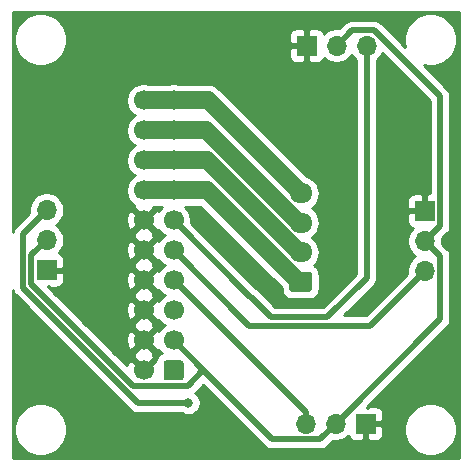
<source format=gbr>
%TF.GenerationSoftware,KiCad,Pcbnew,5.1.6-c6e7f7d~87~ubuntu18.04.1*%
%TF.CreationDate,2021-05-18T20:14:27+01:00*%
%TF.ProjectId,CheeseDistribution,43686565-7365-4446-9973-747269627574,rev?*%
%TF.SameCoordinates,Original*%
%TF.FileFunction,Copper,L1,Top*%
%TF.FilePolarity,Positive*%
%FSLAX46Y46*%
G04 Gerber Fmt 4.6, Leading zero omitted, Abs format (unit mm)*
G04 Created by KiCad (PCBNEW 5.1.6-c6e7f7d~87~ubuntu18.04.1) date 2021-05-18 20:14:27*
%MOMM*%
%LPD*%
G01*
G04 APERTURE LIST*
%TA.AperFunction,ComponentPad*%
%ADD10C,1.700000*%
%TD*%
%TA.AperFunction,ComponentPad*%
%ADD11O,1.950000X1.700000*%
%TD*%
%TA.AperFunction,ComponentPad*%
%ADD12O,1.700000X1.700000*%
%TD*%
%TA.AperFunction,ComponentPad*%
%ADD13R,1.700000X1.700000*%
%TD*%
%TA.AperFunction,ViaPad*%
%ADD14C,0.800000*%
%TD*%
%TA.AperFunction,Conductor*%
%ADD15C,1.500000*%
%TD*%
%TA.AperFunction,Conductor*%
%ADD16C,0.500000*%
%TD*%
%TA.AperFunction,Conductor*%
%ADD17C,0.254000*%
%TD*%
G04 APERTURE END LIST*
D10*
%TO.P,J1,20*%
%TO.N,2B*%
X169210000Y-103640000D03*
%TO.P,J1,18*%
%TO.N,2A*%
X169210000Y-106180000D03*
%TO.P,J1,16*%
%TO.N,1A*%
X169210000Y-108720000D03*
%TO.P,J1,14*%
%TO.N,1B*%
X169210000Y-111260000D03*
%TO.P,J1,12*%
%TO.N,GND*%
X169210000Y-113800000D03*
%TO.P,J1,10*%
X169210000Y-116340000D03*
%TO.P,J1,8*%
X169210000Y-118880000D03*
%TO.P,J1,6*%
X169210000Y-121420000D03*
%TO.P,J1,4*%
X169210000Y-123960000D03*
%TO.P,J1,2*%
X169210000Y-126500000D03*
%TO.P,J1,19*%
%TO.N,2B*%
X171750000Y-103640000D03*
%TO.P,J1,17*%
%TO.N,2A*%
X171750000Y-106180000D03*
%TO.P,J1,15*%
%TO.N,1A*%
X171750000Y-108720000D03*
%TO.P,J1,13*%
%TO.N,1B*%
X171750000Y-111260000D03*
%TO.P,J1,11*%
%TO.N,SERVO_3*%
X171750000Y-113800000D03*
%TO.P,J1,9*%
%TO.N,SERVO_2*%
X171750000Y-116340000D03*
%TO.P,J1,7*%
%TO.N,SERVO_1*%
X171750000Y-118880000D03*
%TO.P,J1,5*%
%TO.N,SERVO_0*%
X171750000Y-121420000D03*
%TO.P,J1,3*%
%TO.N,+5V*%
X171750000Y-123960000D03*
%TO.P,J1,1*%
%TO.N,GND*%
%TA.AperFunction,ComponentPad*%
G36*
G01*
X172600000Y-125900000D02*
X172600000Y-127100000D01*
G75*
G02*
X172350000Y-127350000I-250000J0D01*
G01*
X171150000Y-127350000D01*
G75*
G02*
X170900000Y-127100000I0J250000D01*
G01*
X170900000Y-125900000D01*
G75*
G02*
X171150000Y-125650000I250000J0D01*
G01*
X172350000Y-125650000D01*
G75*
G02*
X172600000Y-125900000I0J-250000D01*
G01*
G37*
%TD.AperFunction*%
%TD*%
D11*
%TO.P,J6,4*%
%TO.N,2B*%
X182500000Y-111500000D03*
%TO.P,J6,3*%
%TO.N,2A*%
X182500000Y-114000000D03*
%TO.P,J6,2*%
%TO.N,1A*%
X182500000Y-116500000D03*
%TO.P,J6,1*%
%TO.N,1B*%
%TA.AperFunction,ComponentPad*%
G36*
G01*
X183225000Y-119850000D02*
X181775000Y-119850000D01*
G75*
G02*
X181525000Y-119600000I0J250000D01*
G01*
X181525000Y-118400000D01*
G75*
G02*
X181775000Y-118150000I250000J0D01*
G01*
X183225000Y-118150000D01*
G75*
G02*
X183475000Y-118400000I0J-250000D01*
G01*
X183475000Y-119600000D01*
G75*
G02*
X183225000Y-119850000I-250000J0D01*
G01*
G37*
%TD.AperFunction*%
%TD*%
D12*
%TO.P,J5,3*%
%TO.N,SERVO_2*%
X193000000Y-118080000D03*
%TO.P,J5,2*%
%TO.N,+5V*%
X193000000Y-115540000D03*
D13*
%TO.P,J5,1*%
%TO.N,GND*%
X193000000Y-113000000D03*
%TD*%
D12*
%TO.P,J4,3*%
%TO.N,SERVO_1*%
X182920000Y-131000000D03*
%TO.P,J4,2*%
%TO.N,+5V*%
X185460000Y-131000000D03*
D13*
%TO.P,J4,1*%
%TO.N,GND*%
X188000000Y-131000000D03*
%TD*%
D12*
%TO.P,J3,3*%
%TO.N,SERVO_0*%
X161000000Y-112920000D03*
%TO.P,J3,2*%
%TO.N,+5V*%
X161000000Y-115460000D03*
D13*
%TO.P,J3,1*%
%TO.N,GND*%
X161000000Y-118000000D03*
%TD*%
D12*
%TO.P,J2,3*%
%TO.N,SERVO_3*%
X188080000Y-99000000D03*
%TO.P,J2,2*%
%TO.N,+5V*%
X185540000Y-99000000D03*
D13*
%TO.P,J2,1*%
%TO.N,GND*%
X183000000Y-99000000D03*
%TD*%
D14*
%TO.N,SERVO_0*%
X173000000Y-129250000D03*
%TD*%
D15*
%TO.N,2B*%
X169210000Y-103640000D02*
X171750000Y-103640000D01*
X174640000Y-103640000D02*
X182500000Y-111500000D01*
X171750000Y-103640000D02*
X174640000Y-103640000D01*
%TO.N,2A*%
X169210000Y-106180000D02*
X171750000Y-106180000D01*
X182329402Y-114000000D02*
X182500000Y-114000000D01*
X174509402Y-106180000D02*
X182329402Y-114000000D01*
X171750000Y-106180000D02*
X174509402Y-106180000D01*
%TO.N,1A*%
X169210000Y-108720000D02*
X171750000Y-108720000D01*
X182329402Y-116500000D02*
X182500000Y-116500000D01*
X174549402Y-108720000D02*
X182329402Y-116500000D01*
X171750000Y-108720000D02*
X174549402Y-108720000D01*
%TO.N,1B*%
X169210000Y-111260000D02*
X171750000Y-111260000D01*
X182329402Y-119000000D02*
X182500000Y-119000000D01*
X174589402Y-111260000D02*
X182329402Y-119000000D01*
X171750000Y-111260000D02*
X174589402Y-111260000D01*
D16*
%TO.N,SERVO_3*%
X172300000Y-113800000D02*
X171750000Y-113800000D01*
X178250010Y-120300010D02*
X178300010Y-120300010D01*
X171750000Y-113800000D02*
X178250010Y-120300010D01*
X178300010Y-120300010D02*
X180000000Y-122000000D01*
X180000000Y-122000000D02*
X184750000Y-122000000D01*
X188080000Y-118670000D02*
X188080000Y-99000000D01*
X184750000Y-122000000D02*
X188080000Y-118670000D01*
%TO.N,SERVO_2*%
X188379990Y-122700010D02*
X193000000Y-118080000D01*
X178110010Y-122700010D02*
X188379990Y-122700010D01*
X171750000Y-116340000D02*
X178110010Y-122700010D01*
%TO.N,SERVO_1*%
X182920000Y-130050000D02*
X182920000Y-131000000D01*
X171750000Y-118880000D02*
X182920000Y-130050000D01*
%TO.N,SERVO_0*%
X168750035Y-129250000D02*
X158999989Y-119499954D01*
X158999989Y-114920011D02*
X161000000Y-112920000D01*
X158999989Y-119499954D02*
X158999989Y-114920011D01*
X173000000Y-129250000D02*
X168750035Y-129250000D01*
%TO.N,+5V*%
X161580000Y-115460000D02*
X161000000Y-115460000D01*
X185510002Y-99000000D02*
X185540000Y-99000000D01*
X193000000Y-115510002D02*
X193000000Y-115540000D01*
X184159999Y-132300001D02*
X180090001Y-132300001D01*
X185460000Y-131000000D02*
X184159999Y-132300001D01*
X172949990Y-127800010D02*
X174270000Y-126480000D01*
X168290008Y-127800010D02*
X172949990Y-127800010D01*
X159699999Y-119210001D02*
X168290008Y-127800010D01*
X159699999Y-116760001D02*
X159699999Y-119210001D01*
X161000000Y-115460000D02*
X159699999Y-116760001D01*
X174270000Y-126480000D02*
X171750000Y-123960000D01*
X180090001Y-132300001D02*
X174270000Y-126480000D01*
X194300001Y-116840001D02*
X193000000Y-115540000D01*
X194300001Y-122159999D02*
X194300001Y-116840001D01*
X185460000Y-131000000D02*
X194300001Y-122159999D01*
X186840001Y-97699999D02*
X185540000Y-99000000D01*
X188704001Y-97699999D02*
X186840001Y-97699999D01*
X194300001Y-114239999D02*
X194300001Y-103295999D01*
X194300001Y-103295999D02*
X188704001Y-97699999D01*
X193000000Y-115540000D02*
X194300001Y-114239999D01*
%TD*%
D17*
%TO.N,GND*%
G36*
X195873000Y-133939281D02*
G01*
X158127000Y-133939281D01*
X158127000Y-131279872D01*
X158265000Y-131279872D01*
X158265000Y-131720128D01*
X158350890Y-132151925D01*
X158519369Y-132558669D01*
X158763962Y-132924729D01*
X159075271Y-133236038D01*
X159441331Y-133480631D01*
X159848075Y-133649110D01*
X160279872Y-133735000D01*
X160720128Y-133735000D01*
X161151925Y-133649110D01*
X161558669Y-133480631D01*
X161924729Y-133236038D01*
X162236038Y-132924729D01*
X162480631Y-132558669D01*
X162649110Y-132151925D01*
X162735000Y-131720128D01*
X162735000Y-131279872D01*
X162649110Y-130848075D01*
X162480631Y-130441331D01*
X162236038Y-130075271D01*
X161924729Y-129763962D01*
X161558669Y-129519369D01*
X161151925Y-129350890D01*
X160720128Y-129265000D01*
X160279872Y-129265000D01*
X159848075Y-129350890D01*
X159441331Y-129519369D01*
X159075271Y-129763962D01*
X158763962Y-130075271D01*
X158519369Y-130441331D01*
X158350890Y-130848075D01*
X158265000Y-131279872D01*
X158127000Y-131279872D01*
X158127000Y-119665381D01*
X158127794Y-119673443D01*
X158178400Y-119840266D01*
X158260578Y-119994012D01*
X158371172Y-120128771D01*
X158404945Y-120156488D01*
X168093505Y-129845049D01*
X168121218Y-129878817D01*
X168154986Y-129906530D01*
X168154988Y-129906532D01*
X168226487Y-129965210D01*
X168255976Y-129989411D01*
X168409722Y-130071589D01*
X168576545Y-130122195D01*
X168706558Y-130135000D01*
X168706568Y-130135000D01*
X168750034Y-130139281D01*
X168793500Y-130135000D01*
X172461546Y-130135000D01*
X172509744Y-130167205D01*
X172698102Y-130245226D01*
X172898061Y-130285000D01*
X173101939Y-130285000D01*
X173301898Y-130245226D01*
X173490256Y-130167205D01*
X173659774Y-130053937D01*
X173803937Y-129909774D01*
X173917205Y-129740256D01*
X173995226Y-129551898D01*
X174035000Y-129351939D01*
X174035000Y-129148061D01*
X173995226Y-128948102D01*
X173917205Y-128759744D01*
X173803937Y-128590226D01*
X173659774Y-128446063D01*
X173598346Y-128405018D01*
X173606524Y-128395054D01*
X174270000Y-127731578D01*
X179433471Y-132895050D01*
X179461184Y-132928818D01*
X179494952Y-132956531D01*
X179494954Y-132956533D01*
X179566453Y-133015211D01*
X179595942Y-133039412D01*
X179749688Y-133121590D01*
X179916511Y-133172196D01*
X180046524Y-133185001D01*
X180046534Y-133185001D01*
X180090000Y-133189282D01*
X180133466Y-133185001D01*
X184116530Y-133185001D01*
X184159999Y-133189282D01*
X184203468Y-133185001D01*
X184203476Y-133185001D01*
X184333489Y-133172196D01*
X184500312Y-133121590D01*
X184654058Y-133039412D01*
X184788816Y-132928818D01*
X184816533Y-132895045D01*
X185241039Y-132470539D01*
X185313740Y-132485000D01*
X185606260Y-132485000D01*
X185893158Y-132427932D01*
X186163411Y-132315990D01*
X186406632Y-132153475D01*
X186538487Y-132021620D01*
X186560498Y-132094180D01*
X186619463Y-132204494D01*
X186698815Y-132301185D01*
X186795506Y-132380537D01*
X186905820Y-132439502D01*
X187025518Y-132475812D01*
X187150000Y-132488072D01*
X187714250Y-132485000D01*
X187873000Y-132326250D01*
X187873000Y-131127000D01*
X188127000Y-131127000D01*
X188127000Y-132326250D01*
X188285750Y-132485000D01*
X188850000Y-132488072D01*
X188974482Y-132475812D01*
X189094180Y-132439502D01*
X189204494Y-132380537D01*
X189301185Y-132301185D01*
X189380537Y-132204494D01*
X189439502Y-132094180D01*
X189475812Y-131974482D01*
X189488072Y-131850000D01*
X189485000Y-131285750D01*
X189479122Y-131279872D01*
X191265000Y-131279872D01*
X191265000Y-131720128D01*
X191350890Y-132151925D01*
X191519369Y-132558669D01*
X191763962Y-132924729D01*
X192075271Y-133236038D01*
X192441331Y-133480631D01*
X192848075Y-133649110D01*
X193279872Y-133735000D01*
X193720128Y-133735000D01*
X194151925Y-133649110D01*
X194558669Y-133480631D01*
X194924729Y-133236038D01*
X195236038Y-132924729D01*
X195480631Y-132558669D01*
X195649110Y-132151925D01*
X195735000Y-131720128D01*
X195735000Y-131279872D01*
X195649110Y-130848075D01*
X195480631Y-130441331D01*
X195236038Y-130075271D01*
X194924729Y-129763962D01*
X194558669Y-129519369D01*
X194151925Y-129350890D01*
X193720128Y-129265000D01*
X193279872Y-129265000D01*
X192848075Y-129350890D01*
X192441331Y-129519369D01*
X192075271Y-129763962D01*
X191763962Y-130075271D01*
X191519369Y-130441331D01*
X191350890Y-130848075D01*
X191265000Y-131279872D01*
X189479122Y-131279872D01*
X189326250Y-131127000D01*
X188127000Y-131127000D01*
X187873000Y-131127000D01*
X187853000Y-131127000D01*
X187853000Y-130873000D01*
X187873000Y-130873000D01*
X187873000Y-130853000D01*
X188127000Y-130853000D01*
X188127000Y-130873000D01*
X189326250Y-130873000D01*
X189485000Y-130714250D01*
X189488072Y-130150000D01*
X189475812Y-130025518D01*
X189439502Y-129905820D01*
X189380537Y-129795506D01*
X189301185Y-129698815D01*
X189204494Y-129619463D01*
X189094180Y-129560498D01*
X188974482Y-129524188D01*
X188850000Y-129511928D01*
X188285750Y-129515000D01*
X188127002Y-129673748D01*
X188127002Y-129584576D01*
X194895052Y-122816527D01*
X194928818Y-122788816D01*
X195039412Y-122654058D01*
X195121590Y-122500312D01*
X195172196Y-122333489D01*
X195185001Y-122203476D01*
X195185001Y-122203466D01*
X195189282Y-122160000D01*
X195185001Y-122116534D01*
X195185001Y-116883467D01*
X195189282Y-116840000D01*
X195185001Y-116796534D01*
X195185001Y-116796524D01*
X195172196Y-116666511D01*
X195121590Y-116499688D01*
X195039412Y-116345942D01*
X195015211Y-116316453D01*
X194956533Y-116244954D01*
X194956531Y-116244952D01*
X194928818Y-116211184D01*
X194895050Y-116183471D01*
X194470539Y-115758960D01*
X194485000Y-115686260D01*
X194485000Y-115393740D01*
X194470539Y-115321040D01*
X194895051Y-114896528D01*
X194928818Y-114868816D01*
X194961990Y-114828397D01*
X195039411Y-114734059D01*
X195039412Y-114734058D01*
X195121590Y-114580312D01*
X195172196Y-114413489D01*
X195185001Y-114283476D01*
X195185001Y-114283466D01*
X195189282Y-114240000D01*
X195185001Y-114196533D01*
X195185001Y-103339464D01*
X195189282Y-103295998D01*
X195185001Y-103252532D01*
X195185001Y-103252522D01*
X195172196Y-103122509D01*
X195121590Y-102955686D01*
X195039412Y-102801940D01*
X194928818Y-102667182D01*
X194895050Y-102639469D01*
X192918749Y-100663168D01*
X193279872Y-100735000D01*
X193720128Y-100735000D01*
X194151925Y-100649110D01*
X194558669Y-100480631D01*
X194924729Y-100236038D01*
X195236038Y-99924729D01*
X195480631Y-99558669D01*
X195649110Y-99151925D01*
X195735000Y-98720128D01*
X195735000Y-98279872D01*
X195649110Y-97848075D01*
X195480631Y-97441331D01*
X195236038Y-97075271D01*
X194924729Y-96763962D01*
X194558669Y-96519369D01*
X194151925Y-96350890D01*
X193720128Y-96265000D01*
X193279872Y-96265000D01*
X192848075Y-96350890D01*
X192441331Y-96519369D01*
X192075271Y-96763962D01*
X191763962Y-97075271D01*
X191519369Y-97441331D01*
X191350890Y-97848075D01*
X191265000Y-98279872D01*
X191265000Y-98720128D01*
X191336832Y-99081252D01*
X189360535Y-97104955D01*
X189332818Y-97071182D01*
X189198060Y-96960588D01*
X189044314Y-96878410D01*
X188877491Y-96827804D01*
X188747478Y-96814999D01*
X188747470Y-96814999D01*
X188704001Y-96810718D01*
X188660532Y-96814999D01*
X186883467Y-96814999D01*
X186840000Y-96810718D01*
X186796534Y-96814999D01*
X186796524Y-96814999D01*
X186666511Y-96827804D01*
X186499688Y-96878410D01*
X186345942Y-96960588D01*
X186345940Y-96960589D01*
X186345941Y-96960589D01*
X186244954Y-97043467D01*
X186244952Y-97043469D01*
X186211184Y-97071182D01*
X186183471Y-97104950D01*
X185758960Y-97529461D01*
X185686260Y-97515000D01*
X185393740Y-97515000D01*
X185106842Y-97572068D01*
X184836589Y-97684010D01*
X184593368Y-97846525D01*
X184461513Y-97978380D01*
X184439502Y-97905820D01*
X184380537Y-97795506D01*
X184301185Y-97698815D01*
X184204494Y-97619463D01*
X184094180Y-97560498D01*
X183974482Y-97524188D01*
X183850000Y-97511928D01*
X183285750Y-97515000D01*
X183127000Y-97673750D01*
X183127000Y-98873000D01*
X183147000Y-98873000D01*
X183147000Y-99127000D01*
X183127000Y-99127000D01*
X183127000Y-100326250D01*
X183285750Y-100485000D01*
X183850000Y-100488072D01*
X183974482Y-100475812D01*
X184094180Y-100439502D01*
X184204494Y-100380537D01*
X184301185Y-100301185D01*
X184380537Y-100204494D01*
X184439502Y-100094180D01*
X184461513Y-100021620D01*
X184593368Y-100153475D01*
X184836589Y-100315990D01*
X185106842Y-100427932D01*
X185393740Y-100485000D01*
X185686260Y-100485000D01*
X185973158Y-100427932D01*
X186243411Y-100315990D01*
X186486632Y-100153475D01*
X186693475Y-99946632D01*
X186810000Y-99772240D01*
X186926525Y-99946632D01*
X187133368Y-100153475D01*
X187195001Y-100194657D01*
X187195000Y-118303421D01*
X184383422Y-121115000D01*
X180366579Y-121115000D01*
X178956544Y-119704966D01*
X178928827Y-119671193D01*
X178794069Y-119560599D01*
X178725559Y-119523980D01*
X173220539Y-114018961D01*
X173235000Y-113946260D01*
X173235000Y-113653740D01*
X173177932Y-113366842D01*
X173065990Y-113096589D01*
X172903475Y-112853368D01*
X172696632Y-112646525D01*
X172694350Y-112645000D01*
X174015717Y-112645000D01*
X180886928Y-119516212D01*
X180886928Y-119600000D01*
X180903992Y-119773254D01*
X180954528Y-119939850D01*
X181036595Y-120093386D01*
X181147038Y-120227962D01*
X181281614Y-120338405D01*
X181435150Y-120420472D01*
X181601746Y-120471008D01*
X181775000Y-120488072D01*
X183225000Y-120488072D01*
X183398254Y-120471008D01*
X183564850Y-120420472D01*
X183718386Y-120338405D01*
X183852962Y-120227962D01*
X183963405Y-120093386D01*
X184045472Y-119939850D01*
X184096008Y-119773254D01*
X184113072Y-119600000D01*
X184113072Y-118400000D01*
X184096008Y-118226746D01*
X184045472Y-118060150D01*
X183963405Y-117906614D01*
X183852962Y-117772038D01*
X183718386Y-117661595D01*
X183616663Y-117607223D01*
X183680134Y-117555134D01*
X183865706Y-117329014D01*
X184003599Y-117071034D01*
X184088513Y-116791111D01*
X184117185Y-116500000D01*
X184088513Y-116208889D01*
X184003599Y-115928966D01*
X183865706Y-115670986D01*
X183680134Y-115444866D01*
X183454014Y-115259294D01*
X183436626Y-115250000D01*
X183454014Y-115240706D01*
X183680134Y-115055134D01*
X183865706Y-114829014D01*
X184003599Y-114571034D01*
X184088513Y-114291111D01*
X184117185Y-114000000D01*
X184088513Y-113708889D01*
X184003599Y-113428966D01*
X183865706Y-113170986D01*
X183680134Y-112944866D01*
X183454014Y-112759294D01*
X183436626Y-112750000D01*
X183454014Y-112740706D01*
X183680134Y-112555134D01*
X183865706Y-112329014D01*
X184003599Y-112071034D01*
X184088513Y-111791111D01*
X184117185Y-111500000D01*
X184088513Y-111208889D01*
X184003599Y-110928966D01*
X183865706Y-110670986D01*
X183680134Y-110444866D01*
X183454014Y-110259294D01*
X183196034Y-110121401D01*
X183029599Y-110070913D01*
X175667454Y-102708769D01*
X175624081Y-102655919D01*
X175413188Y-102482843D01*
X175172581Y-102354236D01*
X174911507Y-102275040D01*
X174708037Y-102255000D01*
X174708029Y-102255000D01*
X174640000Y-102248300D01*
X174571971Y-102255000D01*
X172286805Y-102255000D01*
X172183158Y-102212068D01*
X171896260Y-102155000D01*
X171603740Y-102155000D01*
X171316842Y-102212068D01*
X171213195Y-102255000D01*
X169746805Y-102255000D01*
X169643158Y-102212068D01*
X169356260Y-102155000D01*
X169063740Y-102155000D01*
X168776842Y-102212068D01*
X168506589Y-102324010D01*
X168263368Y-102486525D01*
X168056525Y-102693368D01*
X167894010Y-102936589D01*
X167782068Y-103206842D01*
X167725000Y-103493740D01*
X167725000Y-103786260D01*
X167782068Y-104073158D01*
X167894010Y-104343411D01*
X168056525Y-104586632D01*
X168263368Y-104793475D01*
X168437760Y-104910000D01*
X168263368Y-105026525D01*
X168056525Y-105233368D01*
X167894010Y-105476589D01*
X167782068Y-105746842D01*
X167725000Y-106033740D01*
X167725000Y-106326260D01*
X167782068Y-106613158D01*
X167894010Y-106883411D01*
X168056525Y-107126632D01*
X168263368Y-107333475D01*
X168437760Y-107450000D01*
X168263368Y-107566525D01*
X168056525Y-107773368D01*
X167894010Y-108016589D01*
X167782068Y-108286842D01*
X167725000Y-108573740D01*
X167725000Y-108866260D01*
X167782068Y-109153158D01*
X167894010Y-109423411D01*
X168056525Y-109666632D01*
X168263368Y-109873475D01*
X168437760Y-109990000D01*
X168263368Y-110106525D01*
X168056525Y-110313368D01*
X167894010Y-110556589D01*
X167782068Y-110826842D01*
X167725000Y-111113740D01*
X167725000Y-111406260D01*
X167782068Y-111693158D01*
X167894010Y-111963411D01*
X168056525Y-112206632D01*
X168263368Y-112413475D01*
X168436729Y-112529311D01*
X168361208Y-112771603D01*
X169210000Y-113620395D01*
X170058792Y-112771603D01*
X170019331Y-112645000D01*
X170805650Y-112645000D01*
X170803368Y-112646525D01*
X170596525Y-112853368D01*
X170480689Y-113026729D01*
X170238397Y-112951208D01*
X169389605Y-113800000D01*
X170238397Y-114648792D01*
X170480689Y-114573271D01*
X170596525Y-114746632D01*
X170803368Y-114953475D01*
X170977760Y-115070000D01*
X170803368Y-115186525D01*
X170596525Y-115393368D01*
X170480689Y-115566729D01*
X170238397Y-115491208D01*
X169389605Y-116340000D01*
X170238397Y-117188792D01*
X170480689Y-117113271D01*
X170596525Y-117286632D01*
X170803368Y-117493475D01*
X170977760Y-117610000D01*
X170803368Y-117726525D01*
X170596525Y-117933368D01*
X170480689Y-118106729D01*
X170238397Y-118031208D01*
X169389605Y-118880000D01*
X170238397Y-119728792D01*
X170480689Y-119653271D01*
X170596525Y-119826632D01*
X170803368Y-120033475D01*
X170977760Y-120150000D01*
X170803368Y-120266525D01*
X170596525Y-120473368D01*
X170480689Y-120646729D01*
X170238397Y-120571208D01*
X169389605Y-121420000D01*
X170238397Y-122268792D01*
X170480689Y-122193271D01*
X170596525Y-122366632D01*
X170803368Y-122573475D01*
X170977760Y-122690000D01*
X170803368Y-122806525D01*
X170596525Y-123013368D01*
X170480689Y-123186729D01*
X170238397Y-123111208D01*
X169389605Y-123960000D01*
X170238397Y-124808792D01*
X170480689Y-124733271D01*
X170596525Y-124906632D01*
X170728380Y-125038487D01*
X170655820Y-125060498D01*
X170545506Y-125119463D01*
X170448815Y-125198815D01*
X170369463Y-125295506D01*
X170310498Y-125405820D01*
X170274188Y-125525518D01*
X170261928Y-125650000D01*
X170261975Y-125658557D01*
X170238397Y-125651208D01*
X169389605Y-126500000D01*
X169403748Y-126514143D01*
X169224143Y-126693748D01*
X169210000Y-126679605D01*
X169195858Y-126693748D01*
X169016253Y-126514143D01*
X169030395Y-126500000D01*
X168181603Y-125651208D01*
X167932528Y-125728843D01*
X167806629Y-125992883D01*
X167792019Y-126050442D01*
X166729974Y-124988397D01*
X168361208Y-124988397D01*
X168436514Y-125230000D01*
X168361208Y-125471603D01*
X169210000Y-126320395D01*
X170058792Y-125471603D01*
X169983486Y-125230000D01*
X170058792Y-124988397D01*
X169210000Y-124139605D01*
X168361208Y-124988397D01*
X166729974Y-124988397D01*
X165770108Y-124028531D01*
X167719389Y-124028531D01*
X167761401Y-124318019D01*
X167859081Y-124593747D01*
X167932528Y-124731157D01*
X168181603Y-124808792D01*
X169030395Y-123960000D01*
X168181603Y-123111208D01*
X167932528Y-123188843D01*
X167806629Y-123452883D01*
X167734661Y-123736411D01*
X167719389Y-124028531D01*
X165770108Y-124028531D01*
X164189974Y-122448397D01*
X168361208Y-122448397D01*
X168436514Y-122690000D01*
X168361208Y-122931603D01*
X169210000Y-123780395D01*
X170058792Y-122931603D01*
X169983486Y-122690000D01*
X170058792Y-122448397D01*
X169210000Y-121599605D01*
X168361208Y-122448397D01*
X164189974Y-122448397D01*
X163230108Y-121488531D01*
X167719389Y-121488531D01*
X167761401Y-121778019D01*
X167859081Y-122053747D01*
X167932528Y-122191157D01*
X168181603Y-122268792D01*
X169030395Y-121420000D01*
X168181603Y-120571208D01*
X167932528Y-120648843D01*
X167806629Y-120912883D01*
X167734661Y-121196411D01*
X167719389Y-121488531D01*
X163230108Y-121488531D01*
X161649974Y-119908397D01*
X168361208Y-119908397D01*
X168436514Y-120150000D01*
X168361208Y-120391603D01*
X169210000Y-121240395D01*
X170058792Y-120391603D01*
X169983486Y-120150000D01*
X170058792Y-119908397D01*
X169210000Y-119059605D01*
X168361208Y-119908397D01*
X161649974Y-119908397D01*
X161127002Y-119385426D01*
X161127002Y-119326252D01*
X161285750Y-119485000D01*
X161850000Y-119488072D01*
X161974482Y-119475812D01*
X162094180Y-119439502D01*
X162204494Y-119380537D01*
X162301185Y-119301185D01*
X162380537Y-119204494D01*
X162439502Y-119094180D01*
X162475812Y-118974482D01*
X162478367Y-118948531D01*
X167719389Y-118948531D01*
X167761401Y-119238019D01*
X167859081Y-119513747D01*
X167932528Y-119651157D01*
X168181603Y-119728792D01*
X169030395Y-118880000D01*
X168181603Y-118031208D01*
X167932528Y-118108843D01*
X167806629Y-118372883D01*
X167734661Y-118656411D01*
X167719389Y-118948531D01*
X162478367Y-118948531D01*
X162488072Y-118850000D01*
X162485000Y-118285750D01*
X162326250Y-118127000D01*
X161127000Y-118127000D01*
X161127000Y-118147000D01*
X160873000Y-118147000D01*
X160873000Y-118127000D01*
X160853000Y-118127000D01*
X160853000Y-117873000D01*
X160873000Y-117873000D01*
X160873000Y-117853000D01*
X161127000Y-117853000D01*
X161127000Y-117873000D01*
X162326250Y-117873000D01*
X162485000Y-117714250D01*
X162486882Y-117368397D01*
X168361208Y-117368397D01*
X168436514Y-117610000D01*
X168361208Y-117851603D01*
X169210000Y-118700395D01*
X170058792Y-117851603D01*
X169983486Y-117610000D01*
X170058792Y-117368397D01*
X169210000Y-116519605D01*
X168361208Y-117368397D01*
X162486882Y-117368397D01*
X162488072Y-117150000D01*
X162475812Y-117025518D01*
X162439502Y-116905820D01*
X162380537Y-116795506D01*
X162301185Y-116698815D01*
X162204494Y-116619463D01*
X162094180Y-116560498D01*
X162021620Y-116538487D01*
X162151576Y-116408531D01*
X167719389Y-116408531D01*
X167761401Y-116698019D01*
X167859081Y-116973747D01*
X167932528Y-117111157D01*
X168181603Y-117188792D01*
X169030395Y-116340000D01*
X168181603Y-115491208D01*
X167932528Y-115568843D01*
X167806629Y-115832883D01*
X167734661Y-116116411D01*
X167719389Y-116408531D01*
X162151576Y-116408531D01*
X162153475Y-116406632D01*
X162315990Y-116163411D01*
X162427932Y-115893158D01*
X162485000Y-115606260D01*
X162485000Y-115313740D01*
X162427932Y-115026842D01*
X162345734Y-114828397D01*
X168361208Y-114828397D01*
X168436514Y-115070000D01*
X168361208Y-115311603D01*
X169210000Y-116160395D01*
X170058792Y-115311603D01*
X169983486Y-115070000D01*
X170058792Y-114828397D01*
X169210000Y-113979605D01*
X168361208Y-114828397D01*
X162345734Y-114828397D01*
X162315990Y-114756589D01*
X162153475Y-114513368D01*
X161946632Y-114306525D01*
X161772240Y-114190000D01*
X161946632Y-114073475D01*
X162151576Y-113868531D01*
X167719389Y-113868531D01*
X167761401Y-114158019D01*
X167859081Y-114433747D01*
X167932528Y-114571157D01*
X168181603Y-114648792D01*
X169030395Y-113800000D01*
X168181603Y-112951208D01*
X167932528Y-113028843D01*
X167806629Y-113292883D01*
X167734661Y-113576411D01*
X167719389Y-113868531D01*
X162151576Y-113868531D01*
X162153475Y-113866632D01*
X162315990Y-113623411D01*
X162427932Y-113353158D01*
X162485000Y-113066260D01*
X162485000Y-112773740D01*
X162427932Y-112486842D01*
X162315990Y-112216589D01*
X162153475Y-111973368D01*
X161946632Y-111766525D01*
X161703411Y-111604010D01*
X161433158Y-111492068D01*
X161146260Y-111435000D01*
X160853740Y-111435000D01*
X160566842Y-111492068D01*
X160296589Y-111604010D01*
X160053368Y-111766525D01*
X159846525Y-111973368D01*
X159684010Y-112216589D01*
X159572068Y-112486842D01*
X159515000Y-112773740D01*
X159515000Y-113066260D01*
X159529461Y-113138960D01*
X158404940Y-114263482D01*
X158371173Y-114291194D01*
X158343460Y-114324962D01*
X158343457Y-114324965D01*
X158260579Y-114425952D01*
X158178401Y-114579698D01*
X158127794Y-114746521D01*
X158127000Y-114754583D01*
X158127000Y-98279872D01*
X158265000Y-98279872D01*
X158265000Y-98720128D01*
X158350890Y-99151925D01*
X158519369Y-99558669D01*
X158763962Y-99924729D01*
X159075271Y-100236038D01*
X159441331Y-100480631D01*
X159848075Y-100649110D01*
X160279872Y-100735000D01*
X160720128Y-100735000D01*
X161151925Y-100649110D01*
X161558669Y-100480631D01*
X161924729Y-100236038D01*
X162236038Y-99924729D01*
X162285970Y-99850000D01*
X181511928Y-99850000D01*
X181524188Y-99974482D01*
X181560498Y-100094180D01*
X181619463Y-100204494D01*
X181698815Y-100301185D01*
X181795506Y-100380537D01*
X181905820Y-100439502D01*
X182025518Y-100475812D01*
X182150000Y-100488072D01*
X182714250Y-100485000D01*
X182873000Y-100326250D01*
X182873000Y-99127000D01*
X181673750Y-99127000D01*
X181515000Y-99285750D01*
X181511928Y-99850000D01*
X162285970Y-99850000D01*
X162480631Y-99558669D01*
X162649110Y-99151925D01*
X162735000Y-98720128D01*
X162735000Y-98279872D01*
X162709167Y-98150000D01*
X181511928Y-98150000D01*
X181515000Y-98714250D01*
X181673750Y-98873000D01*
X182873000Y-98873000D01*
X182873000Y-97673750D01*
X182714250Y-97515000D01*
X182150000Y-97511928D01*
X182025518Y-97524188D01*
X181905820Y-97560498D01*
X181795506Y-97619463D01*
X181698815Y-97698815D01*
X181619463Y-97795506D01*
X181560498Y-97905820D01*
X181524188Y-98025518D01*
X181511928Y-98150000D01*
X162709167Y-98150000D01*
X162649110Y-97848075D01*
X162480631Y-97441331D01*
X162236038Y-97075271D01*
X161924729Y-96763962D01*
X161558669Y-96519369D01*
X161151925Y-96350890D01*
X160720128Y-96265000D01*
X160279872Y-96265000D01*
X159848075Y-96350890D01*
X159441331Y-96519369D01*
X159075271Y-96763962D01*
X158763962Y-97075271D01*
X158519369Y-97441331D01*
X158350890Y-97848075D01*
X158265000Y-98279872D01*
X158127000Y-98279872D01*
X158127000Y-96193281D01*
X195873000Y-96193281D01*
X195873000Y-133939281D01*
G37*
X195873000Y-133939281D02*
X158127000Y-133939281D01*
X158127000Y-131279872D01*
X158265000Y-131279872D01*
X158265000Y-131720128D01*
X158350890Y-132151925D01*
X158519369Y-132558669D01*
X158763962Y-132924729D01*
X159075271Y-133236038D01*
X159441331Y-133480631D01*
X159848075Y-133649110D01*
X160279872Y-133735000D01*
X160720128Y-133735000D01*
X161151925Y-133649110D01*
X161558669Y-133480631D01*
X161924729Y-133236038D01*
X162236038Y-132924729D01*
X162480631Y-132558669D01*
X162649110Y-132151925D01*
X162735000Y-131720128D01*
X162735000Y-131279872D01*
X162649110Y-130848075D01*
X162480631Y-130441331D01*
X162236038Y-130075271D01*
X161924729Y-129763962D01*
X161558669Y-129519369D01*
X161151925Y-129350890D01*
X160720128Y-129265000D01*
X160279872Y-129265000D01*
X159848075Y-129350890D01*
X159441331Y-129519369D01*
X159075271Y-129763962D01*
X158763962Y-130075271D01*
X158519369Y-130441331D01*
X158350890Y-130848075D01*
X158265000Y-131279872D01*
X158127000Y-131279872D01*
X158127000Y-119665381D01*
X158127794Y-119673443D01*
X158178400Y-119840266D01*
X158260578Y-119994012D01*
X158371172Y-120128771D01*
X158404945Y-120156488D01*
X168093505Y-129845049D01*
X168121218Y-129878817D01*
X168154986Y-129906530D01*
X168154988Y-129906532D01*
X168226487Y-129965210D01*
X168255976Y-129989411D01*
X168409722Y-130071589D01*
X168576545Y-130122195D01*
X168706558Y-130135000D01*
X168706568Y-130135000D01*
X168750034Y-130139281D01*
X168793500Y-130135000D01*
X172461546Y-130135000D01*
X172509744Y-130167205D01*
X172698102Y-130245226D01*
X172898061Y-130285000D01*
X173101939Y-130285000D01*
X173301898Y-130245226D01*
X173490256Y-130167205D01*
X173659774Y-130053937D01*
X173803937Y-129909774D01*
X173917205Y-129740256D01*
X173995226Y-129551898D01*
X174035000Y-129351939D01*
X174035000Y-129148061D01*
X173995226Y-128948102D01*
X173917205Y-128759744D01*
X173803937Y-128590226D01*
X173659774Y-128446063D01*
X173598346Y-128405018D01*
X173606524Y-128395054D01*
X174270000Y-127731578D01*
X179433471Y-132895050D01*
X179461184Y-132928818D01*
X179494952Y-132956531D01*
X179494954Y-132956533D01*
X179566453Y-133015211D01*
X179595942Y-133039412D01*
X179749688Y-133121590D01*
X179916511Y-133172196D01*
X180046524Y-133185001D01*
X180046534Y-133185001D01*
X180090000Y-133189282D01*
X180133466Y-133185001D01*
X184116530Y-133185001D01*
X184159999Y-133189282D01*
X184203468Y-133185001D01*
X184203476Y-133185001D01*
X184333489Y-133172196D01*
X184500312Y-133121590D01*
X184654058Y-133039412D01*
X184788816Y-132928818D01*
X184816533Y-132895045D01*
X185241039Y-132470539D01*
X185313740Y-132485000D01*
X185606260Y-132485000D01*
X185893158Y-132427932D01*
X186163411Y-132315990D01*
X186406632Y-132153475D01*
X186538487Y-132021620D01*
X186560498Y-132094180D01*
X186619463Y-132204494D01*
X186698815Y-132301185D01*
X186795506Y-132380537D01*
X186905820Y-132439502D01*
X187025518Y-132475812D01*
X187150000Y-132488072D01*
X187714250Y-132485000D01*
X187873000Y-132326250D01*
X187873000Y-131127000D01*
X188127000Y-131127000D01*
X188127000Y-132326250D01*
X188285750Y-132485000D01*
X188850000Y-132488072D01*
X188974482Y-132475812D01*
X189094180Y-132439502D01*
X189204494Y-132380537D01*
X189301185Y-132301185D01*
X189380537Y-132204494D01*
X189439502Y-132094180D01*
X189475812Y-131974482D01*
X189488072Y-131850000D01*
X189485000Y-131285750D01*
X189479122Y-131279872D01*
X191265000Y-131279872D01*
X191265000Y-131720128D01*
X191350890Y-132151925D01*
X191519369Y-132558669D01*
X191763962Y-132924729D01*
X192075271Y-133236038D01*
X192441331Y-133480631D01*
X192848075Y-133649110D01*
X193279872Y-133735000D01*
X193720128Y-133735000D01*
X194151925Y-133649110D01*
X194558669Y-133480631D01*
X194924729Y-133236038D01*
X195236038Y-132924729D01*
X195480631Y-132558669D01*
X195649110Y-132151925D01*
X195735000Y-131720128D01*
X195735000Y-131279872D01*
X195649110Y-130848075D01*
X195480631Y-130441331D01*
X195236038Y-130075271D01*
X194924729Y-129763962D01*
X194558669Y-129519369D01*
X194151925Y-129350890D01*
X193720128Y-129265000D01*
X193279872Y-129265000D01*
X192848075Y-129350890D01*
X192441331Y-129519369D01*
X192075271Y-129763962D01*
X191763962Y-130075271D01*
X191519369Y-130441331D01*
X191350890Y-130848075D01*
X191265000Y-131279872D01*
X189479122Y-131279872D01*
X189326250Y-131127000D01*
X188127000Y-131127000D01*
X187873000Y-131127000D01*
X187853000Y-131127000D01*
X187853000Y-130873000D01*
X187873000Y-130873000D01*
X187873000Y-130853000D01*
X188127000Y-130853000D01*
X188127000Y-130873000D01*
X189326250Y-130873000D01*
X189485000Y-130714250D01*
X189488072Y-130150000D01*
X189475812Y-130025518D01*
X189439502Y-129905820D01*
X189380537Y-129795506D01*
X189301185Y-129698815D01*
X189204494Y-129619463D01*
X189094180Y-129560498D01*
X188974482Y-129524188D01*
X188850000Y-129511928D01*
X188285750Y-129515000D01*
X188127002Y-129673748D01*
X188127002Y-129584576D01*
X194895052Y-122816527D01*
X194928818Y-122788816D01*
X195039412Y-122654058D01*
X195121590Y-122500312D01*
X195172196Y-122333489D01*
X195185001Y-122203476D01*
X195185001Y-122203466D01*
X195189282Y-122160000D01*
X195185001Y-122116534D01*
X195185001Y-116883467D01*
X195189282Y-116840000D01*
X195185001Y-116796534D01*
X195185001Y-116796524D01*
X195172196Y-116666511D01*
X195121590Y-116499688D01*
X195039412Y-116345942D01*
X195015211Y-116316453D01*
X194956533Y-116244954D01*
X194956531Y-116244952D01*
X194928818Y-116211184D01*
X194895050Y-116183471D01*
X194470539Y-115758960D01*
X194485000Y-115686260D01*
X194485000Y-115393740D01*
X194470539Y-115321040D01*
X194895051Y-114896528D01*
X194928818Y-114868816D01*
X194961990Y-114828397D01*
X195039411Y-114734059D01*
X195039412Y-114734058D01*
X195121590Y-114580312D01*
X195172196Y-114413489D01*
X195185001Y-114283476D01*
X195185001Y-114283466D01*
X195189282Y-114240000D01*
X195185001Y-114196533D01*
X195185001Y-103339464D01*
X195189282Y-103295998D01*
X195185001Y-103252532D01*
X195185001Y-103252522D01*
X195172196Y-103122509D01*
X195121590Y-102955686D01*
X195039412Y-102801940D01*
X194928818Y-102667182D01*
X194895050Y-102639469D01*
X192918749Y-100663168D01*
X193279872Y-100735000D01*
X193720128Y-100735000D01*
X194151925Y-100649110D01*
X194558669Y-100480631D01*
X194924729Y-100236038D01*
X195236038Y-99924729D01*
X195480631Y-99558669D01*
X195649110Y-99151925D01*
X195735000Y-98720128D01*
X195735000Y-98279872D01*
X195649110Y-97848075D01*
X195480631Y-97441331D01*
X195236038Y-97075271D01*
X194924729Y-96763962D01*
X194558669Y-96519369D01*
X194151925Y-96350890D01*
X193720128Y-96265000D01*
X193279872Y-96265000D01*
X192848075Y-96350890D01*
X192441331Y-96519369D01*
X192075271Y-96763962D01*
X191763962Y-97075271D01*
X191519369Y-97441331D01*
X191350890Y-97848075D01*
X191265000Y-98279872D01*
X191265000Y-98720128D01*
X191336832Y-99081252D01*
X189360535Y-97104955D01*
X189332818Y-97071182D01*
X189198060Y-96960588D01*
X189044314Y-96878410D01*
X188877491Y-96827804D01*
X188747478Y-96814999D01*
X188747470Y-96814999D01*
X188704001Y-96810718D01*
X188660532Y-96814999D01*
X186883467Y-96814999D01*
X186840000Y-96810718D01*
X186796534Y-96814999D01*
X186796524Y-96814999D01*
X186666511Y-96827804D01*
X186499688Y-96878410D01*
X186345942Y-96960588D01*
X186345940Y-96960589D01*
X186345941Y-96960589D01*
X186244954Y-97043467D01*
X186244952Y-97043469D01*
X186211184Y-97071182D01*
X186183471Y-97104950D01*
X185758960Y-97529461D01*
X185686260Y-97515000D01*
X185393740Y-97515000D01*
X185106842Y-97572068D01*
X184836589Y-97684010D01*
X184593368Y-97846525D01*
X184461513Y-97978380D01*
X184439502Y-97905820D01*
X184380537Y-97795506D01*
X184301185Y-97698815D01*
X184204494Y-97619463D01*
X184094180Y-97560498D01*
X183974482Y-97524188D01*
X183850000Y-97511928D01*
X183285750Y-97515000D01*
X183127000Y-97673750D01*
X183127000Y-98873000D01*
X183147000Y-98873000D01*
X183147000Y-99127000D01*
X183127000Y-99127000D01*
X183127000Y-100326250D01*
X183285750Y-100485000D01*
X183850000Y-100488072D01*
X183974482Y-100475812D01*
X184094180Y-100439502D01*
X184204494Y-100380537D01*
X184301185Y-100301185D01*
X184380537Y-100204494D01*
X184439502Y-100094180D01*
X184461513Y-100021620D01*
X184593368Y-100153475D01*
X184836589Y-100315990D01*
X185106842Y-100427932D01*
X185393740Y-100485000D01*
X185686260Y-100485000D01*
X185973158Y-100427932D01*
X186243411Y-100315990D01*
X186486632Y-100153475D01*
X186693475Y-99946632D01*
X186810000Y-99772240D01*
X186926525Y-99946632D01*
X187133368Y-100153475D01*
X187195001Y-100194657D01*
X187195000Y-118303421D01*
X184383422Y-121115000D01*
X180366579Y-121115000D01*
X178956544Y-119704966D01*
X178928827Y-119671193D01*
X178794069Y-119560599D01*
X178725559Y-119523980D01*
X173220539Y-114018961D01*
X173235000Y-113946260D01*
X173235000Y-113653740D01*
X173177932Y-113366842D01*
X173065990Y-113096589D01*
X172903475Y-112853368D01*
X172696632Y-112646525D01*
X172694350Y-112645000D01*
X174015717Y-112645000D01*
X180886928Y-119516212D01*
X180886928Y-119600000D01*
X180903992Y-119773254D01*
X180954528Y-119939850D01*
X181036595Y-120093386D01*
X181147038Y-120227962D01*
X181281614Y-120338405D01*
X181435150Y-120420472D01*
X181601746Y-120471008D01*
X181775000Y-120488072D01*
X183225000Y-120488072D01*
X183398254Y-120471008D01*
X183564850Y-120420472D01*
X183718386Y-120338405D01*
X183852962Y-120227962D01*
X183963405Y-120093386D01*
X184045472Y-119939850D01*
X184096008Y-119773254D01*
X184113072Y-119600000D01*
X184113072Y-118400000D01*
X184096008Y-118226746D01*
X184045472Y-118060150D01*
X183963405Y-117906614D01*
X183852962Y-117772038D01*
X183718386Y-117661595D01*
X183616663Y-117607223D01*
X183680134Y-117555134D01*
X183865706Y-117329014D01*
X184003599Y-117071034D01*
X184088513Y-116791111D01*
X184117185Y-116500000D01*
X184088513Y-116208889D01*
X184003599Y-115928966D01*
X183865706Y-115670986D01*
X183680134Y-115444866D01*
X183454014Y-115259294D01*
X183436626Y-115250000D01*
X183454014Y-115240706D01*
X183680134Y-115055134D01*
X183865706Y-114829014D01*
X184003599Y-114571034D01*
X184088513Y-114291111D01*
X184117185Y-114000000D01*
X184088513Y-113708889D01*
X184003599Y-113428966D01*
X183865706Y-113170986D01*
X183680134Y-112944866D01*
X183454014Y-112759294D01*
X183436626Y-112750000D01*
X183454014Y-112740706D01*
X183680134Y-112555134D01*
X183865706Y-112329014D01*
X184003599Y-112071034D01*
X184088513Y-111791111D01*
X184117185Y-111500000D01*
X184088513Y-111208889D01*
X184003599Y-110928966D01*
X183865706Y-110670986D01*
X183680134Y-110444866D01*
X183454014Y-110259294D01*
X183196034Y-110121401D01*
X183029599Y-110070913D01*
X175667454Y-102708769D01*
X175624081Y-102655919D01*
X175413188Y-102482843D01*
X175172581Y-102354236D01*
X174911507Y-102275040D01*
X174708037Y-102255000D01*
X174708029Y-102255000D01*
X174640000Y-102248300D01*
X174571971Y-102255000D01*
X172286805Y-102255000D01*
X172183158Y-102212068D01*
X171896260Y-102155000D01*
X171603740Y-102155000D01*
X171316842Y-102212068D01*
X171213195Y-102255000D01*
X169746805Y-102255000D01*
X169643158Y-102212068D01*
X169356260Y-102155000D01*
X169063740Y-102155000D01*
X168776842Y-102212068D01*
X168506589Y-102324010D01*
X168263368Y-102486525D01*
X168056525Y-102693368D01*
X167894010Y-102936589D01*
X167782068Y-103206842D01*
X167725000Y-103493740D01*
X167725000Y-103786260D01*
X167782068Y-104073158D01*
X167894010Y-104343411D01*
X168056525Y-104586632D01*
X168263368Y-104793475D01*
X168437760Y-104910000D01*
X168263368Y-105026525D01*
X168056525Y-105233368D01*
X167894010Y-105476589D01*
X167782068Y-105746842D01*
X167725000Y-106033740D01*
X167725000Y-106326260D01*
X167782068Y-106613158D01*
X167894010Y-106883411D01*
X168056525Y-107126632D01*
X168263368Y-107333475D01*
X168437760Y-107450000D01*
X168263368Y-107566525D01*
X168056525Y-107773368D01*
X167894010Y-108016589D01*
X167782068Y-108286842D01*
X167725000Y-108573740D01*
X167725000Y-108866260D01*
X167782068Y-109153158D01*
X167894010Y-109423411D01*
X168056525Y-109666632D01*
X168263368Y-109873475D01*
X168437760Y-109990000D01*
X168263368Y-110106525D01*
X168056525Y-110313368D01*
X167894010Y-110556589D01*
X167782068Y-110826842D01*
X167725000Y-111113740D01*
X167725000Y-111406260D01*
X167782068Y-111693158D01*
X167894010Y-111963411D01*
X168056525Y-112206632D01*
X168263368Y-112413475D01*
X168436729Y-112529311D01*
X168361208Y-112771603D01*
X169210000Y-113620395D01*
X170058792Y-112771603D01*
X170019331Y-112645000D01*
X170805650Y-112645000D01*
X170803368Y-112646525D01*
X170596525Y-112853368D01*
X170480689Y-113026729D01*
X170238397Y-112951208D01*
X169389605Y-113800000D01*
X170238397Y-114648792D01*
X170480689Y-114573271D01*
X170596525Y-114746632D01*
X170803368Y-114953475D01*
X170977760Y-115070000D01*
X170803368Y-115186525D01*
X170596525Y-115393368D01*
X170480689Y-115566729D01*
X170238397Y-115491208D01*
X169389605Y-116340000D01*
X170238397Y-117188792D01*
X170480689Y-117113271D01*
X170596525Y-117286632D01*
X170803368Y-117493475D01*
X170977760Y-117610000D01*
X170803368Y-117726525D01*
X170596525Y-117933368D01*
X170480689Y-118106729D01*
X170238397Y-118031208D01*
X169389605Y-118880000D01*
X170238397Y-119728792D01*
X170480689Y-119653271D01*
X170596525Y-119826632D01*
X170803368Y-120033475D01*
X170977760Y-120150000D01*
X170803368Y-120266525D01*
X170596525Y-120473368D01*
X170480689Y-120646729D01*
X170238397Y-120571208D01*
X169389605Y-121420000D01*
X170238397Y-122268792D01*
X170480689Y-122193271D01*
X170596525Y-122366632D01*
X170803368Y-122573475D01*
X170977760Y-122690000D01*
X170803368Y-122806525D01*
X170596525Y-123013368D01*
X170480689Y-123186729D01*
X170238397Y-123111208D01*
X169389605Y-123960000D01*
X170238397Y-124808792D01*
X170480689Y-124733271D01*
X170596525Y-124906632D01*
X170728380Y-125038487D01*
X170655820Y-125060498D01*
X170545506Y-125119463D01*
X170448815Y-125198815D01*
X170369463Y-125295506D01*
X170310498Y-125405820D01*
X170274188Y-125525518D01*
X170261928Y-125650000D01*
X170261975Y-125658557D01*
X170238397Y-125651208D01*
X169389605Y-126500000D01*
X169403748Y-126514143D01*
X169224143Y-126693748D01*
X169210000Y-126679605D01*
X169195858Y-126693748D01*
X169016253Y-126514143D01*
X169030395Y-126500000D01*
X168181603Y-125651208D01*
X167932528Y-125728843D01*
X167806629Y-125992883D01*
X167792019Y-126050442D01*
X166729974Y-124988397D01*
X168361208Y-124988397D01*
X168436514Y-125230000D01*
X168361208Y-125471603D01*
X169210000Y-126320395D01*
X170058792Y-125471603D01*
X169983486Y-125230000D01*
X170058792Y-124988397D01*
X169210000Y-124139605D01*
X168361208Y-124988397D01*
X166729974Y-124988397D01*
X165770108Y-124028531D01*
X167719389Y-124028531D01*
X167761401Y-124318019D01*
X167859081Y-124593747D01*
X167932528Y-124731157D01*
X168181603Y-124808792D01*
X169030395Y-123960000D01*
X168181603Y-123111208D01*
X167932528Y-123188843D01*
X167806629Y-123452883D01*
X167734661Y-123736411D01*
X167719389Y-124028531D01*
X165770108Y-124028531D01*
X164189974Y-122448397D01*
X168361208Y-122448397D01*
X168436514Y-122690000D01*
X168361208Y-122931603D01*
X169210000Y-123780395D01*
X170058792Y-122931603D01*
X169983486Y-122690000D01*
X170058792Y-122448397D01*
X169210000Y-121599605D01*
X168361208Y-122448397D01*
X164189974Y-122448397D01*
X163230108Y-121488531D01*
X167719389Y-121488531D01*
X167761401Y-121778019D01*
X167859081Y-122053747D01*
X167932528Y-122191157D01*
X168181603Y-122268792D01*
X169030395Y-121420000D01*
X168181603Y-120571208D01*
X167932528Y-120648843D01*
X167806629Y-120912883D01*
X167734661Y-121196411D01*
X167719389Y-121488531D01*
X163230108Y-121488531D01*
X161649974Y-119908397D01*
X168361208Y-119908397D01*
X168436514Y-120150000D01*
X168361208Y-120391603D01*
X169210000Y-121240395D01*
X170058792Y-120391603D01*
X169983486Y-120150000D01*
X170058792Y-119908397D01*
X169210000Y-119059605D01*
X168361208Y-119908397D01*
X161649974Y-119908397D01*
X161127002Y-119385426D01*
X161127002Y-119326252D01*
X161285750Y-119485000D01*
X161850000Y-119488072D01*
X161974482Y-119475812D01*
X162094180Y-119439502D01*
X162204494Y-119380537D01*
X162301185Y-119301185D01*
X162380537Y-119204494D01*
X162439502Y-119094180D01*
X162475812Y-118974482D01*
X162478367Y-118948531D01*
X167719389Y-118948531D01*
X167761401Y-119238019D01*
X167859081Y-119513747D01*
X167932528Y-119651157D01*
X168181603Y-119728792D01*
X169030395Y-118880000D01*
X168181603Y-118031208D01*
X167932528Y-118108843D01*
X167806629Y-118372883D01*
X167734661Y-118656411D01*
X167719389Y-118948531D01*
X162478367Y-118948531D01*
X162488072Y-118850000D01*
X162485000Y-118285750D01*
X162326250Y-118127000D01*
X161127000Y-118127000D01*
X161127000Y-118147000D01*
X160873000Y-118147000D01*
X160873000Y-118127000D01*
X160853000Y-118127000D01*
X160853000Y-117873000D01*
X160873000Y-117873000D01*
X160873000Y-117853000D01*
X161127000Y-117853000D01*
X161127000Y-117873000D01*
X162326250Y-117873000D01*
X162485000Y-117714250D01*
X162486882Y-117368397D01*
X168361208Y-117368397D01*
X168436514Y-117610000D01*
X168361208Y-117851603D01*
X169210000Y-118700395D01*
X170058792Y-117851603D01*
X169983486Y-117610000D01*
X170058792Y-117368397D01*
X169210000Y-116519605D01*
X168361208Y-117368397D01*
X162486882Y-117368397D01*
X162488072Y-117150000D01*
X162475812Y-117025518D01*
X162439502Y-116905820D01*
X162380537Y-116795506D01*
X162301185Y-116698815D01*
X162204494Y-116619463D01*
X162094180Y-116560498D01*
X162021620Y-116538487D01*
X162151576Y-116408531D01*
X167719389Y-116408531D01*
X167761401Y-116698019D01*
X167859081Y-116973747D01*
X167932528Y-117111157D01*
X168181603Y-117188792D01*
X169030395Y-116340000D01*
X168181603Y-115491208D01*
X167932528Y-115568843D01*
X167806629Y-115832883D01*
X167734661Y-116116411D01*
X167719389Y-116408531D01*
X162151576Y-116408531D01*
X162153475Y-116406632D01*
X162315990Y-116163411D01*
X162427932Y-115893158D01*
X162485000Y-115606260D01*
X162485000Y-115313740D01*
X162427932Y-115026842D01*
X162345734Y-114828397D01*
X168361208Y-114828397D01*
X168436514Y-115070000D01*
X168361208Y-115311603D01*
X169210000Y-116160395D01*
X170058792Y-115311603D01*
X169983486Y-115070000D01*
X170058792Y-114828397D01*
X169210000Y-113979605D01*
X168361208Y-114828397D01*
X162345734Y-114828397D01*
X162315990Y-114756589D01*
X162153475Y-114513368D01*
X161946632Y-114306525D01*
X161772240Y-114190000D01*
X161946632Y-114073475D01*
X162151576Y-113868531D01*
X167719389Y-113868531D01*
X167761401Y-114158019D01*
X167859081Y-114433747D01*
X167932528Y-114571157D01*
X168181603Y-114648792D01*
X169030395Y-113800000D01*
X168181603Y-112951208D01*
X167932528Y-113028843D01*
X167806629Y-113292883D01*
X167734661Y-113576411D01*
X167719389Y-113868531D01*
X162151576Y-113868531D01*
X162153475Y-113866632D01*
X162315990Y-113623411D01*
X162427932Y-113353158D01*
X162485000Y-113066260D01*
X162485000Y-112773740D01*
X162427932Y-112486842D01*
X162315990Y-112216589D01*
X162153475Y-111973368D01*
X161946632Y-111766525D01*
X161703411Y-111604010D01*
X161433158Y-111492068D01*
X161146260Y-111435000D01*
X160853740Y-111435000D01*
X160566842Y-111492068D01*
X160296589Y-111604010D01*
X160053368Y-111766525D01*
X159846525Y-111973368D01*
X159684010Y-112216589D01*
X159572068Y-112486842D01*
X159515000Y-112773740D01*
X159515000Y-113066260D01*
X159529461Y-113138960D01*
X158404940Y-114263482D01*
X158371173Y-114291194D01*
X158343460Y-114324962D01*
X158343457Y-114324965D01*
X158260579Y-114425952D01*
X158178401Y-114579698D01*
X158127794Y-114746521D01*
X158127000Y-114754583D01*
X158127000Y-98279872D01*
X158265000Y-98279872D01*
X158265000Y-98720128D01*
X158350890Y-99151925D01*
X158519369Y-99558669D01*
X158763962Y-99924729D01*
X159075271Y-100236038D01*
X159441331Y-100480631D01*
X159848075Y-100649110D01*
X160279872Y-100735000D01*
X160720128Y-100735000D01*
X161151925Y-100649110D01*
X161558669Y-100480631D01*
X161924729Y-100236038D01*
X162236038Y-99924729D01*
X162285970Y-99850000D01*
X181511928Y-99850000D01*
X181524188Y-99974482D01*
X181560498Y-100094180D01*
X181619463Y-100204494D01*
X181698815Y-100301185D01*
X181795506Y-100380537D01*
X181905820Y-100439502D01*
X182025518Y-100475812D01*
X182150000Y-100488072D01*
X182714250Y-100485000D01*
X182873000Y-100326250D01*
X182873000Y-99127000D01*
X181673750Y-99127000D01*
X181515000Y-99285750D01*
X181511928Y-99850000D01*
X162285970Y-99850000D01*
X162480631Y-99558669D01*
X162649110Y-99151925D01*
X162735000Y-98720128D01*
X162735000Y-98279872D01*
X162709167Y-98150000D01*
X181511928Y-98150000D01*
X181515000Y-98714250D01*
X181673750Y-98873000D01*
X182873000Y-98873000D01*
X182873000Y-97673750D01*
X182714250Y-97515000D01*
X182150000Y-97511928D01*
X182025518Y-97524188D01*
X181905820Y-97560498D01*
X181795506Y-97619463D01*
X181698815Y-97698815D01*
X181619463Y-97795506D01*
X181560498Y-97905820D01*
X181524188Y-98025518D01*
X181511928Y-98150000D01*
X162709167Y-98150000D01*
X162649110Y-97848075D01*
X162480631Y-97441331D01*
X162236038Y-97075271D01*
X161924729Y-96763962D01*
X161558669Y-96519369D01*
X161151925Y-96350890D01*
X160720128Y-96265000D01*
X160279872Y-96265000D01*
X159848075Y-96350890D01*
X159441331Y-96519369D01*
X159075271Y-96763962D01*
X158763962Y-97075271D01*
X158519369Y-97441331D01*
X158350890Y-97848075D01*
X158265000Y-98279872D01*
X158127000Y-98279872D01*
X158127000Y-96193281D01*
X195873000Y-96193281D01*
X195873000Y-133939281D01*
G36*
X171877000Y-126373000D02*
G01*
X171897000Y-126373000D01*
X171897000Y-126627000D01*
X171877000Y-126627000D01*
X171877000Y-126647000D01*
X171623000Y-126647000D01*
X171623000Y-126627000D01*
X171603000Y-126627000D01*
X171603000Y-126373000D01*
X171623000Y-126373000D01*
X171623000Y-126353000D01*
X171877000Y-126353000D01*
X171877000Y-126373000D01*
G37*
X171877000Y-126373000D02*
X171897000Y-126373000D01*
X171897000Y-126627000D01*
X171877000Y-126627000D01*
X171877000Y-126647000D01*
X171623000Y-126647000D01*
X171623000Y-126627000D01*
X171603000Y-126627000D01*
X171603000Y-126373000D01*
X171623000Y-126373000D01*
X171623000Y-126353000D01*
X171877000Y-126353000D01*
X171877000Y-126373000D01*
G36*
X193415002Y-103662579D02*
G01*
X193415001Y-111514296D01*
X193285750Y-111515000D01*
X193127000Y-111673750D01*
X193127000Y-112873000D01*
X193147000Y-112873000D01*
X193147000Y-113127000D01*
X193127000Y-113127000D01*
X193127000Y-113147000D01*
X192873000Y-113147000D01*
X192873000Y-113127000D01*
X191673750Y-113127000D01*
X191515000Y-113285750D01*
X191511928Y-113850000D01*
X191524188Y-113974482D01*
X191560498Y-114094180D01*
X191619463Y-114204494D01*
X191698815Y-114301185D01*
X191795506Y-114380537D01*
X191905820Y-114439502D01*
X191978380Y-114461513D01*
X191846525Y-114593368D01*
X191684010Y-114836589D01*
X191572068Y-115106842D01*
X191515000Y-115393740D01*
X191515000Y-115686260D01*
X191572068Y-115973158D01*
X191684010Y-116243411D01*
X191846525Y-116486632D01*
X192053368Y-116693475D01*
X192227760Y-116810000D01*
X192053368Y-116926525D01*
X191846525Y-117133368D01*
X191684010Y-117376589D01*
X191572068Y-117646842D01*
X191515000Y-117933740D01*
X191515000Y-118226260D01*
X191529461Y-118298960D01*
X188013412Y-121815010D01*
X186186568Y-121815010D01*
X188675050Y-119326529D01*
X188708817Y-119298817D01*
X188762443Y-119233475D01*
X188819410Y-119164060D01*
X188819411Y-119164059D01*
X188901589Y-119010313D01*
X188952195Y-118843490D01*
X188965000Y-118713477D01*
X188965000Y-118713467D01*
X188969281Y-118670001D01*
X188965000Y-118626535D01*
X188965000Y-112150000D01*
X191511928Y-112150000D01*
X191515000Y-112714250D01*
X191673750Y-112873000D01*
X192873000Y-112873000D01*
X192873000Y-111673750D01*
X192714250Y-111515000D01*
X192150000Y-111511928D01*
X192025518Y-111524188D01*
X191905820Y-111560498D01*
X191795506Y-111619463D01*
X191698815Y-111698815D01*
X191619463Y-111795506D01*
X191560498Y-111905820D01*
X191524188Y-112025518D01*
X191511928Y-112150000D01*
X188965000Y-112150000D01*
X188965000Y-100194656D01*
X189026632Y-100153475D01*
X189233475Y-99946632D01*
X189395990Y-99703411D01*
X189413518Y-99661094D01*
X193415002Y-103662579D01*
G37*
X193415002Y-103662579D02*
X193415001Y-111514296D01*
X193285750Y-111515000D01*
X193127000Y-111673750D01*
X193127000Y-112873000D01*
X193147000Y-112873000D01*
X193147000Y-113127000D01*
X193127000Y-113127000D01*
X193127000Y-113147000D01*
X192873000Y-113147000D01*
X192873000Y-113127000D01*
X191673750Y-113127000D01*
X191515000Y-113285750D01*
X191511928Y-113850000D01*
X191524188Y-113974482D01*
X191560498Y-114094180D01*
X191619463Y-114204494D01*
X191698815Y-114301185D01*
X191795506Y-114380537D01*
X191905820Y-114439502D01*
X191978380Y-114461513D01*
X191846525Y-114593368D01*
X191684010Y-114836589D01*
X191572068Y-115106842D01*
X191515000Y-115393740D01*
X191515000Y-115686260D01*
X191572068Y-115973158D01*
X191684010Y-116243411D01*
X191846525Y-116486632D01*
X192053368Y-116693475D01*
X192227760Y-116810000D01*
X192053368Y-116926525D01*
X191846525Y-117133368D01*
X191684010Y-117376589D01*
X191572068Y-117646842D01*
X191515000Y-117933740D01*
X191515000Y-118226260D01*
X191529461Y-118298960D01*
X188013412Y-121815010D01*
X186186568Y-121815010D01*
X188675050Y-119326529D01*
X188708817Y-119298817D01*
X188762443Y-119233475D01*
X188819410Y-119164060D01*
X188819411Y-119164059D01*
X188901589Y-119010313D01*
X188952195Y-118843490D01*
X188965000Y-118713477D01*
X188965000Y-118713467D01*
X188969281Y-118670001D01*
X188965000Y-118626535D01*
X188965000Y-112150000D01*
X191511928Y-112150000D01*
X191515000Y-112714250D01*
X191673750Y-112873000D01*
X192873000Y-112873000D01*
X192873000Y-111673750D01*
X192714250Y-111515000D01*
X192150000Y-111511928D01*
X192025518Y-111524188D01*
X191905820Y-111560498D01*
X191795506Y-111619463D01*
X191698815Y-111698815D01*
X191619463Y-111795506D01*
X191560498Y-111905820D01*
X191524188Y-112025518D01*
X191511928Y-112150000D01*
X188965000Y-112150000D01*
X188965000Y-100194656D01*
X189026632Y-100153475D01*
X189233475Y-99946632D01*
X189395990Y-99703411D01*
X189413518Y-99661094D01*
X193415002Y-103662579D01*
%TD*%
M02*

</source>
